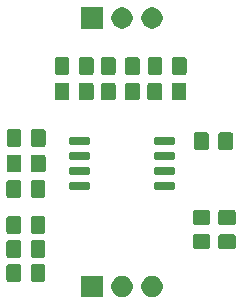
<source format=gbr>
G04 #@! TF.GenerationSoftware,KiCad,Pcbnew,(5.1.5)-3*
G04 #@! TF.CreationDate,2019-12-30T09:48:32+04:00*
G04 #@! TF.ProjectId,ad8066_filter,61643830-3636-45f6-9669-6c7465722e6b,rev?*
G04 #@! TF.SameCoordinates,Original*
G04 #@! TF.FileFunction,Soldermask,Top*
G04 #@! TF.FilePolarity,Negative*
%FSLAX46Y46*%
G04 Gerber Fmt 4.6, Leading zero omitted, Abs format (unit mm)*
G04 Created by KiCad (PCBNEW (5.1.5)-3) date 2019-12-30 09:48:32*
%MOMM*%
%LPD*%
G04 APERTURE LIST*
%ADD10C,0.100000*%
G04 APERTURE END LIST*
D10*
G36*
X167753512Y-99433927D02*
G01*
X167902812Y-99463624D01*
X168066784Y-99531544D01*
X168214354Y-99630147D01*
X168339853Y-99755646D01*
X168438456Y-99903216D01*
X168506376Y-100067188D01*
X168541000Y-100241259D01*
X168541000Y-100418741D01*
X168506376Y-100592812D01*
X168438456Y-100756784D01*
X168339853Y-100904354D01*
X168214354Y-101029853D01*
X168066784Y-101128456D01*
X167902812Y-101196376D01*
X167753512Y-101226073D01*
X167728742Y-101231000D01*
X167551258Y-101231000D01*
X167526488Y-101226073D01*
X167377188Y-101196376D01*
X167213216Y-101128456D01*
X167065646Y-101029853D01*
X166940147Y-100904354D01*
X166841544Y-100756784D01*
X166773624Y-100592812D01*
X166739000Y-100418741D01*
X166739000Y-100241259D01*
X166773624Y-100067188D01*
X166841544Y-99903216D01*
X166940147Y-99755646D01*
X167065646Y-99630147D01*
X167213216Y-99531544D01*
X167377188Y-99463624D01*
X167526488Y-99433927D01*
X167551258Y-99429000D01*
X167728742Y-99429000D01*
X167753512Y-99433927D01*
G37*
G36*
X165213512Y-99433927D02*
G01*
X165362812Y-99463624D01*
X165526784Y-99531544D01*
X165674354Y-99630147D01*
X165799853Y-99755646D01*
X165898456Y-99903216D01*
X165966376Y-100067188D01*
X166001000Y-100241259D01*
X166001000Y-100418741D01*
X165966376Y-100592812D01*
X165898456Y-100756784D01*
X165799853Y-100904354D01*
X165674354Y-101029853D01*
X165526784Y-101128456D01*
X165362812Y-101196376D01*
X165213512Y-101226073D01*
X165188742Y-101231000D01*
X165011258Y-101231000D01*
X164986488Y-101226073D01*
X164837188Y-101196376D01*
X164673216Y-101128456D01*
X164525646Y-101029853D01*
X164400147Y-100904354D01*
X164301544Y-100756784D01*
X164233624Y-100592812D01*
X164199000Y-100418741D01*
X164199000Y-100241259D01*
X164233624Y-100067188D01*
X164301544Y-99903216D01*
X164400147Y-99755646D01*
X164525646Y-99630147D01*
X164673216Y-99531544D01*
X164837188Y-99463624D01*
X164986488Y-99433927D01*
X165011258Y-99429000D01*
X165188742Y-99429000D01*
X165213512Y-99433927D01*
G37*
G36*
X163461000Y-101231000D02*
G01*
X161659000Y-101231000D01*
X161659000Y-99429000D01*
X163461000Y-99429000D01*
X163461000Y-101231000D01*
G37*
G36*
X156401674Y-98440465D02*
G01*
X156439367Y-98451899D01*
X156474103Y-98470466D01*
X156504548Y-98495452D01*
X156529534Y-98525897D01*
X156548101Y-98560633D01*
X156559535Y-98598326D01*
X156564000Y-98643661D01*
X156564000Y-99730339D01*
X156559535Y-99775674D01*
X156548101Y-99813367D01*
X156529534Y-99848103D01*
X156504548Y-99878548D01*
X156474103Y-99903534D01*
X156439367Y-99922101D01*
X156401674Y-99933535D01*
X156356339Y-99938000D01*
X155519661Y-99938000D01*
X155474326Y-99933535D01*
X155436633Y-99922101D01*
X155401897Y-99903534D01*
X155371452Y-99878548D01*
X155346466Y-99848103D01*
X155327899Y-99813367D01*
X155316465Y-99775674D01*
X155312000Y-99730339D01*
X155312000Y-98643661D01*
X155316465Y-98598326D01*
X155327899Y-98560633D01*
X155346466Y-98525897D01*
X155371452Y-98495452D01*
X155401897Y-98470466D01*
X155436633Y-98451899D01*
X155474326Y-98440465D01*
X155519661Y-98436000D01*
X156356339Y-98436000D01*
X156401674Y-98440465D01*
G37*
G36*
X158451674Y-98440465D02*
G01*
X158489367Y-98451899D01*
X158524103Y-98470466D01*
X158554548Y-98495452D01*
X158579534Y-98525897D01*
X158598101Y-98560633D01*
X158609535Y-98598326D01*
X158614000Y-98643661D01*
X158614000Y-99730339D01*
X158609535Y-99775674D01*
X158598101Y-99813367D01*
X158579534Y-99848103D01*
X158554548Y-99878548D01*
X158524103Y-99903534D01*
X158489367Y-99922101D01*
X158451674Y-99933535D01*
X158406339Y-99938000D01*
X157569661Y-99938000D01*
X157524326Y-99933535D01*
X157486633Y-99922101D01*
X157451897Y-99903534D01*
X157421452Y-99878548D01*
X157396466Y-99848103D01*
X157377899Y-99813367D01*
X157366465Y-99775674D01*
X157362000Y-99730339D01*
X157362000Y-98643661D01*
X157366465Y-98598326D01*
X157377899Y-98560633D01*
X157396466Y-98525897D01*
X157421452Y-98495452D01*
X157451897Y-98470466D01*
X157486633Y-98451899D01*
X157524326Y-98440465D01*
X157569661Y-98436000D01*
X158406339Y-98436000D01*
X158451674Y-98440465D01*
G37*
G36*
X156401674Y-96408465D02*
G01*
X156439367Y-96419899D01*
X156474103Y-96438466D01*
X156504548Y-96463452D01*
X156529534Y-96493897D01*
X156548101Y-96528633D01*
X156559535Y-96566326D01*
X156564000Y-96611661D01*
X156564000Y-97698339D01*
X156559535Y-97743674D01*
X156548101Y-97781367D01*
X156529534Y-97816103D01*
X156504548Y-97846548D01*
X156474103Y-97871534D01*
X156439367Y-97890101D01*
X156401674Y-97901535D01*
X156356339Y-97906000D01*
X155519661Y-97906000D01*
X155474326Y-97901535D01*
X155436633Y-97890101D01*
X155401897Y-97871534D01*
X155371452Y-97846548D01*
X155346466Y-97816103D01*
X155327899Y-97781367D01*
X155316465Y-97743674D01*
X155312000Y-97698339D01*
X155312000Y-96611661D01*
X155316465Y-96566326D01*
X155327899Y-96528633D01*
X155346466Y-96493897D01*
X155371452Y-96463452D01*
X155401897Y-96438466D01*
X155436633Y-96419899D01*
X155474326Y-96408465D01*
X155519661Y-96404000D01*
X156356339Y-96404000D01*
X156401674Y-96408465D01*
G37*
G36*
X158451674Y-96408465D02*
G01*
X158489367Y-96419899D01*
X158524103Y-96438466D01*
X158554548Y-96463452D01*
X158579534Y-96493897D01*
X158598101Y-96528633D01*
X158609535Y-96566326D01*
X158614000Y-96611661D01*
X158614000Y-97698339D01*
X158609535Y-97743674D01*
X158598101Y-97781367D01*
X158579534Y-97816103D01*
X158554548Y-97846548D01*
X158524103Y-97871534D01*
X158489367Y-97890101D01*
X158451674Y-97901535D01*
X158406339Y-97906000D01*
X157569661Y-97906000D01*
X157524326Y-97901535D01*
X157486633Y-97890101D01*
X157451897Y-97871534D01*
X157421452Y-97846548D01*
X157396466Y-97816103D01*
X157377899Y-97781367D01*
X157366465Y-97743674D01*
X157362000Y-97698339D01*
X157362000Y-96611661D01*
X157366465Y-96566326D01*
X157377899Y-96528633D01*
X157396466Y-96493897D01*
X157421452Y-96463452D01*
X157451897Y-96438466D01*
X157486633Y-96419899D01*
X157524326Y-96408465D01*
X157569661Y-96404000D01*
X158406339Y-96404000D01*
X158451674Y-96408465D01*
G37*
G36*
X174578674Y-95916465D02*
G01*
X174616367Y-95927899D01*
X174651103Y-95946466D01*
X174681548Y-95971452D01*
X174706534Y-96001897D01*
X174725101Y-96036633D01*
X174736535Y-96074326D01*
X174741000Y-96119661D01*
X174741000Y-96956339D01*
X174736535Y-97001674D01*
X174725101Y-97039367D01*
X174706534Y-97074103D01*
X174681548Y-97104548D01*
X174651103Y-97129534D01*
X174616367Y-97148101D01*
X174578674Y-97159535D01*
X174533339Y-97164000D01*
X173446661Y-97164000D01*
X173401326Y-97159535D01*
X173363633Y-97148101D01*
X173328897Y-97129534D01*
X173298452Y-97104548D01*
X173273466Y-97074103D01*
X173254899Y-97039367D01*
X173243465Y-97001674D01*
X173239000Y-96956339D01*
X173239000Y-96119661D01*
X173243465Y-96074326D01*
X173254899Y-96036633D01*
X173273466Y-96001897D01*
X173298452Y-95971452D01*
X173328897Y-95946466D01*
X173363633Y-95927899D01*
X173401326Y-95916465D01*
X173446661Y-95912000D01*
X174533339Y-95912000D01*
X174578674Y-95916465D01*
G37*
G36*
X172419674Y-95898465D02*
G01*
X172457367Y-95909899D01*
X172492103Y-95928466D01*
X172522548Y-95953452D01*
X172547534Y-95983897D01*
X172566101Y-96018633D01*
X172577535Y-96056326D01*
X172582000Y-96101661D01*
X172582000Y-96938339D01*
X172577535Y-96983674D01*
X172566101Y-97021367D01*
X172547534Y-97056103D01*
X172522548Y-97086548D01*
X172492103Y-97111534D01*
X172457367Y-97130101D01*
X172419674Y-97141535D01*
X172374339Y-97146000D01*
X171287661Y-97146000D01*
X171242326Y-97141535D01*
X171204633Y-97130101D01*
X171169897Y-97111534D01*
X171139452Y-97086548D01*
X171114466Y-97056103D01*
X171095899Y-97021367D01*
X171084465Y-96983674D01*
X171080000Y-96938339D01*
X171080000Y-96101661D01*
X171084465Y-96056326D01*
X171095899Y-96018633D01*
X171114466Y-95983897D01*
X171139452Y-95953452D01*
X171169897Y-95928466D01*
X171204633Y-95909899D01*
X171242326Y-95898465D01*
X171287661Y-95894000D01*
X172374339Y-95894000D01*
X172419674Y-95898465D01*
G37*
G36*
X158451674Y-94376465D02*
G01*
X158489367Y-94387899D01*
X158524103Y-94406466D01*
X158554548Y-94431452D01*
X158579534Y-94461897D01*
X158598101Y-94496633D01*
X158609535Y-94534326D01*
X158614000Y-94579661D01*
X158614000Y-95666339D01*
X158609535Y-95711674D01*
X158598101Y-95749367D01*
X158579534Y-95784103D01*
X158554548Y-95814548D01*
X158524103Y-95839534D01*
X158489367Y-95858101D01*
X158451674Y-95869535D01*
X158406339Y-95874000D01*
X157569661Y-95874000D01*
X157524326Y-95869535D01*
X157486633Y-95858101D01*
X157451897Y-95839534D01*
X157421452Y-95814548D01*
X157396466Y-95784103D01*
X157377899Y-95749367D01*
X157366465Y-95711674D01*
X157362000Y-95666339D01*
X157362000Y-94579661D01*
X157366465Y-94534326D01*
X157377899Y-94496633D01*
X157396466Y-94461897D01*
X157421452Y-94431452D01*
X157451897Y-94406466D01*
X157486633Y-94387899D01*
X157524326Y-94376465D01*
X157569661Y-94372000D01*
X158406339Y-94372000D01*
X158451674Y-94376465D01*
G37*
G36*
X156401674Y-94376465D02*
G01*
X156439367Y-94387899D01*
X156474103Y-94406466D01*
X156504548Y-94431452D01*
X156529534Y-94461897D01*
X156548101Y-94496633D01*
X156559535Y-94534326D01*
X156564000Y-94579661D01*
X156564000Y-95666339D01*
X156559535Y-95711674D01*
X156548101Y-95749367D01*
X156529534Y-95784103D01*
X156504548Y-95814548D01*
X156474103Y-95839534D01*
X156439367Y-95858101D01*
X156401674Y-95869535D01*
X156356339Y-95874000D01*
X155519661Y-95874000D01*
X155474326Y-95869535D01*
X155436633Y-95858101D01*
X155401897Y-95839534D01*
X155371452Y-95814548D01*
X155346466Y-95784103D01*
X155327899Y-95749367D01*
X155316465Y-95711674D01*
X155312000Y-95666339D01*
X155312000Y-94579661D01*
X155316465Y-94534326D01*
X155327899Y-94496633D01*
X155346466Y-94461897D01*
X155371452Y-94431452D01*
X155401897Y-94406466D01*
X155436633Y-94387899D01*
X155474326Y-94376465D01*
X155519661Y-94372000D01*
X156356339Y-94372000D01*
X156401674Y-94376465D01*
G37*
G36*
X174578674Y-93866465D02*
G01*
X174616367Y-93877899D01*
X174651103Y-93896466D01*
X174681548Y-93921452D01*
X174706534Y-93951897D01*
X174725101Y-93986633D01*
X174736535Y-94024326D01*
X174741000Y-94069661D01*
X174741000Y-94906339D01*
X174736535Y-94951674D01*
X174725101Y-94989367D01*
X174706534Y-95024103D01*
X174681548Y-95054548D01*
X174651103Y-95079534D01*
X174616367Y-95098101D01*
X174578674Y-95109535D01*
X174533339Y-95114000D01*
X173446661Y-95114000D01*
X173401326Y-95109535D01*
X173363633Y-95098101D01*
X173328897Y-95079534D01*
X173298452Y-95054548D01*
X173273466Y-95024103D01*
X173254899Y-94989367D01*
X173243465Y-94951674D01*
X173239000Y-94906339D01*
X173239000Y-94069661D01*
X173243465Y-94024326D01*
X173254899Y-93986633D01*
X173273466Y-93951897D01*
X173298452Y-93921452D01*
X173328897Y-93896466D01*
X173363633Y-93877899D01*
X173401326Y-93866465D01*
X173446661Y-93862000D01*
X174533339Y-93862000D01*
X174578674Y-93866465D01*
G37*
G36*
X172419674Y-93848465D02*
G01*
X172457367Y-93859899D01*
X172492103Y-93878466D01*
X172522548Y-93903452D01*
X172547534Y-93933897D01*
X172566101Y-93968633D01*
X172577535Y-94006326D01*
X172582000Y-94051661D01*
X172582000Y-94888339D01*
X172577535Y-94933674D01*
X172566101Y-94971367D01*
X172547534Y-95006103D01*
X172522548Y-95036548D01*
X172492103Y-95061534D01*
X172457367Y-95080101D01*
X172419674Y-95091535D01*
X172374339Y-95096000D01*
X171287661Y-95096000D01*
X171242326Y-95091535D01*
X171204633Y-95080101D01*
X171169897Y-95061534D01*
X171139452Y-95036548D01*
X171114466Y-95006103D01*
X171095899Y-94971367D01*
X171084465Y-94933674D01*
X171080000Y-94888339D01*
X171080000Y-94051661D01*
X171084465Y-94006326D01*
X171095899Y-93968633D01*
X171114466Y-93933897D01*
X171139452Y-93903452D01*
X171169897Y-93878466D01*
X171204633Y-93859899D01*
X171242326Y-93848465D01*
X171287661Y-93844000D01*
X172374339Y-93844000D01*
X172419674Y-93848465D01*
G37*
G36*
X158451674Y-91328465D02*
G01*
X158489367Y-91339899D01*
X158524103Y-91358466D01*
X158554548Y-91383452D01*
X158579534Y-91413897D01*
X158598101Y-91448633D01*
X158609535Y-91486326D01*
X158614000Y-91531661D01*
X158614000Y-92618339D01*
X158609535Y-92663674D01*
X158598101Y-92701367D01*
X158579534Y-92736103D01*
X158554548Y-92766548D01*
X158524103Y-92791534D01*
X158489367Y-92810101D01*
X158451674Y-92821535D01*
X158406339Y-92826000D01*
X157569661Y-92826000D01*
X157524326Y-92821535D01*
X157486633Y-92810101D01*
X157451897Y-92791534D01*
X157421452Y-92766548D01*
X157396466Y-92736103D01*
X157377899Y-92701367D01*
X157366465Y-92663674D01*
X157362000Y-92618339D01*
X157362000Y-91531661D01*
X157366465Y-91486326D01*
X157377899Y-91448633D01*
X157396466Y-91413897D01*
X157421452Y-91383452D01*
X157451897Y-91358466D01*
X157486633Y-91339899D01*
X157524326Y-91328465D01*
X157569661Y-91324000D01*
X158406339Y-91324000D01*
X158451674Y-91328465D01*
G37*
G36*
X156401674Y-91328465D02*
G01*
X156439367Y-91339899D01*
X156474103Y-91358466D01*
X156504548Y-91383452D01*
X156529534Y-91413897D01*
X156548101Y-91448633D01*
X156559535Y-91486326D01*
X156564000Y-91531661D01*
X156564000Y-92618339D01*
X156559535Y-92663674D01*
X156548101Y-92701367D01*
X156529534Y-92736103D01*
X156504548Y-92766548D01*
X156474103Y-92791534D01*
X156439367Y-92810101D01*
X156401674Y-92821535D01*
X156356339Y-92826000D01*
X155519661Y-92826000D01*
X155474326Y-92821535D01*
X155436633Y-92810101D01*
X155401897Y-92791534D01*
X155371452Y-92766548D01*
X155346466Y-92736103D01*
X155327899Y-92701367D01*
X155316465Y-92663674D01*
X155312000Y-92618339D01*
X155312000Y-91531661D01*
X155316465Y-91486326D01*
X155327899Y-91448633D01*
X155346466Y-91413897D01*
X155371452Y-91383452D01*
X155401897Y-91358466D01*
X155436633Y-91339899D01*
X155474326Y-91328465D01*
X155519661Y-91324000D01*
X156356339Y-91324000D01*
X156401674Y-91328465D01*
G37*
G36*
X169459928Y-91472764D02*
G01*
X169481009Y-91479160D01*
X169500445Y-91489548D01*
X169517476Y-91503524D01*
X169531452Y-91520555D01*
X169541840Y-91539991D01*
X169548236Y-91561072D01*
X169551000Y-91589140D01*
X169551000Y-92052860D01*
X169548236Y-92080928D01*
X169541840Y-92102009D01*
X169531452Y-92121445D01*
X169517476Y-92138476D01*
X169500445Y-92152452D01*
X169481009Y-92162840D01*
X169459928Y-92169236D01*
X169431860Y-92172000D01*
X167968140Y-92172000D01*
X167940072Y-92169236D01*
X167918991Y-92162840D01*
X167899555Y-92152452D01*
X167882524Y-92138476D01*
X167868548Y-92121445D01*
X167858160Y-92102009D01*
X167851764Y-92080928D01*
X167849000Y-92052860D01*
X167849000Y-91589140D01*
X167851764Y-91561072D01*
X167858160Y-91539991D01*
X167868548Y-91520555D01*
X167882524Y-91503524D01*
X167899555Y-91489548D01*
X167918991Y-91479160D01*
X167940072Y-91472764D01*
X167968140Y-91470000D01*
X169431860Y-91470000D01*
X169459928Y-91472764D01*
G37*
G36*
X162259928Y-91472764D02*
G01*
X162281009Y-91479160D01*
X162300445Y-91489548D01*
X162317476Y-91503524D01*
X162331452Y-91520555D01*
X162341840Y-91539991D01*
X162348236Y-91561072D01*
X162351000Y-91589140D01*
X162351000Y-92052860D01*
X162348236Y-92080928D01*
X162341840Y-92102009D01*
X162331452Y-92121445D01*
X162317476Y-92138476D01*
X162300445Y-92152452D01*
X162281009Y-92162840D01*
X162259928Y-92169236D01*
X162231860Y-92172000D01*
X160768140Y-92172000D01*
X160740072Y-92169236D01*
X160718991Y-92162840D01*
X160699555Y-92152452D01*
X160682524Y-92138476D01*
X160668548Y-92121445D01*
X160658160Y-92102009D01*
X160651764Y-92080928D01*
X160649000Y-92052860D01*
X160649000Y-91589140D01*
X160651764Y-91561072D01*
X160658160Y-91539991D01*
X160668548Y-91520555D01*
X160682524Y-91503524D01*
X160699555Y-91489548D01*
X160718991Y-91479160D01*
X160740072Y-91472764D01*
X160768140Y-91470000D01*
X162231860Y-91470000D01*
X162259928Y-91472764D01*
G37*
G36*
X162259928Y-90202764D02*
G01*
X162281009Y-90209160D01*
X162300445Y-90219548D01*
X162317476Y-90233524D01*
X162331452Y-90250555D01*
X162341840Y-90269991D01*
X162348236Y-90291072D01*
X162351000Y-90319140D01*
X162351000Y-90782860D01*
X162348236Y-90810928D01*
X162341840Y-90832009D01*
X162331452Y-90851445D01*
X162317476Y-90868476D01*
X162300445Y-90882452D01*
X162281009Y-90892840D01*
X162259928Y-90899236D01*
X162231860Y-90902000D01*
X160768140Y-90902000D01*
X160740072Y-90899236D01*
X160718991Y-90892840D01*
X160699555Y-90882452D01*
X160682524Y-90868476D01*
X160668548Y-90851445D01*
X160658160Y-90832009D01*
X160651764Y-90810928D01*
X160649000Y-90782860D01*
X160649000Y-90319140D01*
X160651764Y-90291072D01*
X160658160Y-90269991D01*
X160668548Y-90250555D01*
X160682524Y-90233524D01*
X160699555Y-90219548D01*
X160718991Y-90209160D01*
X160740072Y-90202764D01*
X160768140Y-90200000D01*
X162231860Y-90200000D01*
X162259928Y-90202764D01*
G37*
G36*
X169459928Y-90202764D02*
G01*
X169481009Y-90209160D01*
X169500445Y-90219548D01*
X169517476Y-90233524D01*
X169531452Y-90250555D01*
X169541840Y-90269991D01*
X169548236Y-90291072D01*
X169551000Y-90319140D01*
X169551000Y-90782860D01*
X169548236Y-90810928D01*
X169541840Y-90832009D01*
X169531452Y-90851445D01*
X169517476Y-90868476D01*
X169500445Y-90882452D01*
X169481009Y-90892840D01*
X169459928Y-90899236D01*
X169431860Y-90902000D01*
X167968140Y-90902000D01*
X167940072Y-90899236D01*
X167918991Y-90892840D01*
X167899555Y-90882452D01*
X167882524Y-90868476D01*
X167868548Y-90851445D01*
X167858160Y-90832009D01*
X167851764Y-90810928D01*
X167849000Y-90782860D01*
X167849000Y-90319140D01*
X167851764Y-90291072D01*
X167858160Y-90269991D01*
X167868548Y-90250555D01*
X167882524Y-90233524D01*
X167899555Y-90219548D01*
X167918991Y-90209160D01*
X167940072Y-90202764D01*
X167968140Y-90200000D01*
X169431860Y-90200000D01*
X169459928Y-90202764D01*
G37*
G36*
X156419674Y-89169465D02*
G01*
X156457367Y-89180899D01*
X156492103Y-89199466D01*
X156522548Y-89224452D01*
X156547534Y-89254897D01*
X156566101Y-89289633D01*
X156577535Y-89327326D01*
X156582000Y-89372661D01*
X156582000Y-90459339D01*
X156577535Y-90504674D01*
X156566101Y-90542367D01*
X156547534Y-90577103D01*
X156522548Y-90607548D01*
X156492103Y-90632534D01*
X156457367Y-90651101D01*
X156419674Y-90662535D01*
X156374339Y-90667000D01*
X155537661Y-90667000D01*
X155492326Y-90662535D01*
X155454633Y-90651101D01*
X155419897Y-90632534D01*
X155389452Y-90607548D01*
X155364466Y-90577103D01*
X155345899Y-90542367D01*
X155334465Y-90504674D01*
X155330000Y-90459339D01*
X155330000Y-89372661D01*
X155334465Y-89327326D01*
X155345899Y-89289633D01*
X155364466Y-89254897D01*
X155389452Y-89224452D01*
X155419897Y-89199466D01*
X155454633Y-89180899D01*
X155492326Y-89169465D01*
X155537661Y-89165000D01*
X156374339Y-89165000D01*
X156419674Y-89169465D01*
G37*
G36*
X158469674Y-89169465D02*
G01*
X158507367Y-89180899D01*
X158542103Y-89199466D01*
X158572548Y-89224452D01*
X158597534Y-89254897D01*
X158616101Y-89289633D01*
X158627535Y-89327326D01*
X158632000Y-89372661D01*
X158632000Y-90459339D01*
X158627535Y-90504674D01*
X158616101Y-90542367D01*
X158597534Y-90577103D01*
X158572548Y-90607548D01*
X158542103Y-90632534D01*
X158507367Y-90651101D01*
X158469674Y-90662535D01*
X158424339Y-90667000D01*
X157587661Y-90667000D01*
X157542326Y-90662535D01*
X157504633Y-90651101D01*
X157469897Y-90632534D01*
X157439452Y-90607548D01*
X157414466Y-90577103D01*
X157395899Y-90542367D01*
X157384465Y-90504674D01*
X157380000Y-90459339D01*
X157380000Y-89372661D01*
X157384465Y-89327326D01*
X157395899Y-89289633D01*
X157414466Y-89254897D01*
X157439452Y-89224452D01*
X157469897Y-89199466D01*
X157504633Y-89180899D01*
X157542326Y-89169465D01*
X157587661Y-89165000D01*
X158424339Y-89165000D01*
X158469674Y-89169465D01*
G37*
G36*
X169459928Y-88932764D02*
G01*
X169481009Y-88939160D01*
X169500445Y-88949548D01*
X169517476Y-88963524D01*
X169531452Y-88980555D01*
X169541840Y-88999991D01*
X169548236Y-89021072D01*
X169551000Y-89049140D01*
X169551000Y-89512860D01*
X169548236Y-89540928D01*
X169541840Y-89562009D01*
X169531452Y-89581445D01*
X169517476Y-89598476D01*
X169500445Y-89612452D01*
X169481009Y-89622840D01*
X169459928Y-89629236D01*
X169431860Y-89632000D01*
X167968140Y-89632000D01*
X167940072Y-89629236D01*
X167918991Y-89622840D01*
X167899555Y-89612452D01*
X167882524Y-89598476D01*
X167868548Y-89581445D01*
X167858160Y-89562009D01*
X167851764Y-89540928D01*
X167849000Y-89512860D01*
X167849000Y-89049140D01*
X167851764Y-89021072D01*
X167858160Y-88999991D01*
X167868548Y-88980555D01*
X167882524Y-88963524D01*
X167899555Y-88949548D01*
X167918991Y-88939160D01*
X167940072Y-88932764D01*
X167968140Y-88930000D01*
X169431860Y-88930000D01*
X169459928Y-88932764D01*
G37*
G36*
X162259928Y-88932764D02*
G01*
X162281009Y-88939160D01*
X162300445Y-88949548D01*
X162317476Y-88963524D01*
X162331452Y-88980555D01*
X162341840Y-88999991D01*
X162348236Y-89021072D01*
X162351000Y-89049140D01*
X162351000Y-89512860D01*
X162348236Y-89540928D01*
X162341840Y-89562009D01*
X162331452Y-89581445D01*
X162317476Y-89598476D01*
X162300445Y-89612452D01*
X162281009Y-89622840D01*
X162259928Y-89629236D01*
X162231860Y-89632000D01*
X160768140Y-89632000D01*
X160740072Y-89629236D01*
X160718991Y-89622840D01*
X160699555Y-89612452D01*
X160682524Y-89598476D01*
X160668548Y-89581445D01*
X160658160Y-89562009D01*
X160651764Y-89540928D01*
X160649000Y-89512860D01*
X160649000Y-89049140D01*
X160651764Y-89021072D01*
X160658160Y-88999991D01*
X160668548Y-88980555D01*
X160682524Y-88963524D01*
X160699555Y-88949548D01*
X160718991Y-88939160D01*
X160740072Y-88932764D01*
X160768140Y-88930000D01*
X162231860Y-88930000D01*
X162259928Y-88932764D01*
G37*
G36*
X172285674Y-87264465D02*
G01*
X172323367Y-87275899D01*
X172358103Y-87294466D01*
X172388548Y-87319452D01*
X172413534Y-87349897D01*
X172432101Y-87384633D01*
X172443535Y-87422326D01*
X172448000Y-87467661D01*
X172448000Y-88554339D01*
X172443535Y-88599674D01*
X172432101Y-88637367D01*
X172413534Y-88672103D01*
X172388548Y-88702548D01*
X172358103Y-88727534D01*
X172323367Y-88746101D01*
X172285674Y-88757535D01*
X172240339Y-88762000D01*
X171403661Y-88762000D01*
X171358326Y-88757535D01*
X171320633Y-88746101D01*
X171285897Y-88727534D01*
X171255452Y-88702548D01*
X171230466Y-88672103D01*
X171211899Y-88637367D01*
X171200465Y-88599674D01*
X171196000Y-88554339D01*
X171196000Y-87467661D01*
X171200465Y-87422326D01*
X171211899Y-87384633D01*
X171230466Y-87349897D01*
X171255452Y-87319452D01*
X171285897Y-87294466D01*
X171320633Y-87275899D01*
X171358326Y-87264465D01*
X171403661Y-87260000D01*
X172240339Y-87260000D01*
X172285674Y-87264465D01*
G37*
G36*
X174335674Y-87264465D02*
G01*
X174373367Y-87275899D01*
X174408103Y-87294466D01*
X174438548Y-87319452D01*
X174463534Y-87349897D01*
X174482101Y-87384633D01*
X174493535Y-87422326D01*
X174498000Y-87467661D01*
X174498000Y-88554339D01*
X174493535Y-88599674D01*
X174482101Y-88637367D01*
X174463534Y-88672103D01*
X174438548Y-88702548D01*
X174408103Y-88727534D01*
X174373367Y-88746101D01*
X174335674Y-88757535D01*
X174290339Y-88762000D01*
X173453661Y-88762000D01*
X173408326Y-88757535D01*
X173370633Y-88746101D01*
X173335897Y-88727534D01*
X173305452Y-88702548D01*
X173280466Y-88672103D01*
X173261899Y-88637367D01*
X173250465Y-88599674D01*
X173246000Y-88554339D01*
X173246000Y-87467661D01*
X173250465Y-87422326D01*
X173261899Y-87384633D01*
X173280466Y-87349897D01*
X173305452Y-87319452D01*
X173335897Y-87294466D01*
X173370633Y-87275899D01*
X173408326Y-87264465D01*
X173453661Y-87260000D01*
X174290339Y-87260000D01*
X174335674Y-87264465D01*
G37*
G36*
X158469674Y-87010465D02*
G01*
X158507367Y-87021899D01*
X158542103Y-87040466D01*
X158572548Y-87065452D01*
X158597534Y-87095897D01*
X158616101Y-87130633D01*
X158627535Y-87168326D01*
X158632000Y-87213661D01*
X158632000Y-88300339D01*
X158627535Y-88345674D01*
X158616101Y-88383367D01*
X158597534Y-88418103D01*
X158572548Y-88448548D01*
X158542103Y-88473534D01*
X158507367Y-88492101D01*
X158469674Y-88503535D01*
X158424339Y-88508000D01*
X157587661Y-88508000D01*
X157542326Y-88503535D01*
X157504633Y-88492101D01*
X157469897Y-88473534D01*
X157439452Y-88448548D01*
X157414466Y-88418103D01*
X157395899Y-88383367D01*
X157384465Y-88345674D01*
X157380000Y-88300339D01*
X157380000Y-87213661D01*
X157384465Y-87168326D01*
X157395899Y-87130633D01*
X157414466Y-87095897D01*
X157439452Y-87065452D01*
X157469897Y-87040466D01*
X157504633Y-87021899D01*
X157542326Y-87010465D01*
X157587661Y-87006000D01*
X158424339Y-87006000D01*
X158469674Y-87010465D01*
G37*
G36*
X156419674Y-87010465D02*
G01*
X156457367Y-87021899D01*
X156492103Y-87040466D01*
X156522548Y-87065452D01*
X156547534Y-87095897D01*
X156566101Y-87130633D01*
X156577535Y-87168326D01*
X156582000Y-87213661D01*
X156582000Y-88300339D01*
X156577535Y-88345674D01*
X156566101Y-88383367D01*
X156547534Y-88418103D01*
X156522548Y-88448548D01*
X156492103Y-88473534D01*
X156457367Y-88492101D01*
X156419674Y-88503535D01*
X156374339Y-88508000D01*
X155537661Y-88508000D01*
X155492326Y-88503535D01*
X155454633Y-88492101D01*
X155419897Y-88473534D01*
X155389452Y-88448548D01*
X155364466Y-88418103D01*
X155345899Y-88383367D01*
X155334465Y-88345674D01*
X155330000Y-88300339D01*
X155330000Y-87213661D01*
X155334465Y-87168326D01*
X155345899Y-87130633D01*
X155364466Y-87095897D01*
X155389452Y-87065452D01*
X155419897Y-87040466D01*
X155454633Y-87021899D01*
X155492326Y-87010465D01*
X155537661Y-87006000D01*
X156374339Y-87006000D01*
X156419674Y-87010465D01*
G37*
G36*
X169459928Y-87662764D02*
G01*
X169481009Y-87669160D01*
X169500445Y-87679548D01*
X169517476Y-87693524D01*
X169531452Y-87710555D01*
X169541840Y-87729991D01*
X169548236Y-87751072D01*
X169551000Y-87779140D01*
X169551000Y-88242860D01*
X169548236Y-88270928D01*
X169541840Y-88292009D01*
X169531452Y-88311445D01*
X169517476Y-88328476D01*
X169500445Y-88342452D01*
X169481009Y-88352840D01*
X169459928Y-88359236D01*
X169431860Y-88362000D01*
X167968140Y-88362000D01*
X167940072Y-88359236D01*
X167918991Y-88352840D01*
X167899555Y-88342452D01*
X167882524Y-88328476D01*
X167868548Y-88311445D01*
X167858160Y-88292009D01*
X167851764Y-88270928D01*
X167849000Y-88242860D01*
X167849000Y-87779140D01*
X167851764Y-87751072D01*
X167858160Y-87729991D01*
X167868548Y-87710555D01*
X167882524Y-87693524D01*
X167899555Y-87679548D01*
X167918991Y-87669160D01*
X167940072Y-87662764D01*
X167968140Y-87660000D01*
X169431860Y-87660000D01*
X169459928Y-87662764D01*
G37*
G36*
X162259928Y-87662764D02*
G01*
X162281009Y-87669160D01*
X162300445Y-87679548D01*
X162317476Y-87693524D01*
X162331452Y-87710555D01*
X162341840Y-87729991D01*
X162348236Y-87751072D01*
X162351000Y-87779140D01*
X162351000Y-88242860D01*
X162348236Y-88270928D01*
X162341840Y-88292009D01*
X162331452Y-88311445D01*
X162317476Y-88328476D01*
X162300445Y-88342452D01*
X162281009Y-88352840D01*
X162259928Y-88359236D01*
X162231860Y-88362000D01*
X160768140Y-88362000D01*
X160740072Y-88359236D01*
X160718991Y-88352840D01*
X160699555Y-88342452D01*
X160682524Y-88328476D01*
X160668548Y-88311445D01*
X160658160Y-88292009D01*
X160651764Y-88270928D01*
X160649000Y-88242860D01*
X160649000Y-87779140D01*
X160651764Y-87751072D01*
X160658160Y-87729991D01*
X160668548Y-87710555D01*
X160682524Y-87693524D01*
X160699555Y-87679548D01*
X160718991Y-87669160D01*
X160740072Y-87662764D01*
X160768140Y-87660000D01*
X162231860Y-87660000D01*
X162259928Y-87662764D01*
G37*
G36*
X162533674Y-83073465D02*
G01*
X162571367Y-83084899D01*
X162606103Y-83103466D01*
X162636548Y-83128452D01*
X162661534Y-83158897D01*
X162680101Y-83193633D01*
X162691535Y-83231326D01*
X162696000Y-83276661D01*
X162696000Y-84363339D01*
X162691535Y-84408674D01*
X162680101Y-84446367D01*
X162661534Y-84481103D01*
X162636548Y-84511548D01*
X162606103Y-84536534D01*
X162571367Y-84555101D01*
X162533674Y-84566535D01*
X162488339Y-84571000D01*
X161651661Y-84571000D01*
X161606326Y-84566535D01*
X161568633Y-84555101D01*
X161533897Y-84536534D01*
X161503452Y-84511548D01*
X161478466Y-84481103D01*
X161459899Y-84446367D01*
X161448465Y-84408674D01*
X161444000Y-84363339D01*
X161444000Y-83276661D01*
X161448465Y-83231326D01*
X161459899Y-83193633D01*
X161478466Y-83158897D01*
X161503452Y-83128452D01*
X161533897Y-83103466D01*
X161568633Y-83084899D01*
X161606326Y-83073465D01*
X161651661Y-83069000D01*
X162488339Y-83069000D01*
X162533674Y-83073465D01*
G37*
G36*
X164402674Y-83073465D02*
G01*
X164440367Y-83084899D01*
X164475103Y-83103466D01*
X164505548Y-83128452D01*
X164530534Y-83158897D01*
X164549101Y-83193633D01*
X164560535Y-83231326D01*
X164565000Y-83276661D01*
X164565000Y-84363339D01*
X164560535Y-84408674D01*
X164549101Y-84446367D01*
X164530534Y-84481103D01*
X164505548Y-84511548D01*
X164475103Y-84536534D01*
X164440367Y-84555101D01*
X164402674Y-84566535D01*
X164357339Y-84571000D01*
X163520661Y-84571000D01*
X163475326Y-84566535D01*
X163437633Y-84555101D01*
X163402897Y-84536534D01*
X163372452Y-84511548D01*
X163347466Y-84481103D01*
X163328899Y-84446367D01*
X163317465Y-84408674D01*
X163313000Y-84363339D01*
X163313000Y-83276661D01*
X163317465Y-83231326D01*
X163328899Y-83193633D01*
X163347466Y-83158897D01*
X163372452Y-83128452D01*
X163402897Y-83103466D01*
X163437633Y-83084899D01*
X163475326Y-83073465D01*
X163520661Y-83069000D01*
X164357339Y-83069000D01*
X164402674Y-83073465D01*
G37*
G36*
X160483674Y-83073465D02*
G01*
X160521367Y-83084899D01*
X160556103Y-83103466D01*
X160586548Y-83128452D01*
X160611534Y-83158897D01*
X160630101Y-83193633D01*
X160641535Y-83231326D01*
X160646000Y-83276661D01*
X160646000Y-84363339D01*
X160641535Y-84408674D01*
X160630101Y-84446367D01*
X160611534Y-84481103D01*
X160586548Y-84511548D01*
X160556103Y-84536534D01*
X160521367Y-84555101D01*
X160483674Y-84566535D01*
X160438339Y-84571000D01*
X159601661Y-84571000D01*
X159556326Y-84566535D01*
X159518633Y-84555101D01*
X159483897Y-84536534D01*
X159453452Y-84511548D01*
X159428466Y-84481103D01*
X159409899Y-84446367D01*
X159398465Y-84408674D01*
X159394000Y-84363339D01*
X159394000Y-83276661D01*
X159398465Y-83231326D01*
X159409899Y-83193633D01*
X159428466Y-83158897D01*
X159453452Y-83128452D01*
X159483897Y-83103466D01*
X159518633Y-83084899D01*
X159556326Y-83073465D01*
X159601661Y-83069000D01*
X160438339Y-83069000D01*
X160483674Y-83073465D01*
G37*
G36*
X166452674Y-83073465D02*
G01*
X166490367Y-83084899D01*
X166525103Y-83103466D01*
X166555548Y-83128452D01*
X166580534Y-83158897D01*
X166599101Y-83193633D01*
X166610535Y-83231326D01*
X166615000Y-83276661D01*
X166615000Y-84363339D01*
X166610535Y-84408674D01*
X166599101Y-84446367D01*
X166580534Y-84481103D01*
X166555548Y-84511548D01*
X166525103Y-84536534D01*
X166490367Y-84555101D01*
X166452674Y-84566535D01*
X166407339Y-84571000D01*
X165570661Y-84571000D01*
X165525326Y-84566535D01*
X165487633Y-84555101D01*
X165452897Y-84536534D01*
X165422452Y-84511548D01*
X165397466Y-84481103D01*
X165378899Y-84446367D01*
X165367465Y-84408674D01*
X165363000Y-84363339D01*
X165363000Y-83276661D01*
X165367465Y-83231326D01*
X165378899Y-83193633D01*
X165397466Y-83158897D01*
X165422452Y-83128452D01*
X165452897Y-83103466D01*
X165487633Y-83084899D01*
X165525326Y-83073465D01*
X165570661Y-83069000D01*
X166407339Y-83069000D01*
X166452674Y-83073465D01*
G37*
G36*
X168339674Y-83073465D02*
G01*
X168377367Y-83084899D01*
X168412103Y-83103466D01*
X168442548Y-83128452D01*
X168467534Y-83158897D01*
X168486101Y-83193633D01*
X168497535Y-83231326D01*
X168502000Y-83276661D01*
X168502000Y-84363339D01*
X168497535Y-84408674D01*
X168486101Y-84446367D01*
X168467534Y-84481103D01*
X168442548Y-84511548D01*
X168412103Y-84536534D01*
X168377367Y-84555101D01*
X168339674Y-84566535D01*
X168294339Y-84571000D01*
X167457661Y-84571000D01*
X167412326Y-84566535D01*
X167374633Y-84555101D01*
X167339897Y-84536534D01*
X167309452Y-84511548D01*
X167284466Y-84481103D01*
X167265899Y-84446367D01*
X167254465Y-84408674D01*
X167250000Y-84363339D01*
X167250000Y-83276661D01*
X167254465Y-83231326D01*
X167265899Y-83193633D01*
X167284466Y-83158897D01*
X167309452Y-83128452D01*
X167339897Y-83103466D01*
X167374633Y-83084899D01*
X167412326Y-83073465D01*
X167457661Y-83069000D01*
X168294339Y-83069000D01*
X168339674Y-83073465D01*
G37*
G36*
X170389674Y-83073465D02*
G01*
X170427367Y-83084899D01*
X170462103Y-83103466D01*
X170492548Y-83128452D01*
X170517534Y-83158897D01*
X170536101Y-83193633D01*
X170547535Y-83231326D01*
X170552000Y-83276661D01*
X170552000Y-84363339D01*
X170547535Y-84408674D01*
X170536101Y-84446367D01*
X170517534Y-84481103D01*
X170492548Y-84511548D01*
X170462103Y-84536534D01*
X170427367Y-84555101D01*
X170389674Y-84566535D01*
X170344339Y-84571000D01*
X169507661Y-84571000D01*
X169462326Y-84566535D01*
X169424633Y-84555101D01*
X169389897Y-84536534D01*
X169359452Y-84511548D01*
X169334466Y-84481103D01*
X169315899Y-84446367D01*
X169304465Y-84408674D01*
X169300000Y-84363339D01*
X169300000Y-83276661D01*
X169304465Y-83231326D01*
X169315899Y-83193633D01*
X169334466Y-83158897D01*
X169359452Y-83128452D01*
X169389897Y-83103466D01*
X169424633Y-83084899D01*
X169462326Y-83073465D01*
X169507661Y-83069000D01*
X170344339Y-83069000D01*
X170389674Y-83073465D01*
G37*
G36*
X160483674Y-80914465D02*
G01*
X160521367Y-80925899D01*
X160556103Y-80944466D01*
X160586548Y-80969452D01*
X160611534Y-80999897D01*
X160630101Y-81034633D01*
X160641535Y-81072326D01*
X160646000Y-81117661D01*
X160646000Y-82204339D01*
X160641535Y-82249674D01*
X160630101Y-82287367D01*
X160611534Y-82322103D01*
X160586548Y-82352548D01*
X160556103Y-82377534D01*
X160521367Y-82396101D01*
X160483674Y-82407535D01*
X160438339Y-82412000D01*
X159601661Y-82412000D01*
X159556326Y-82407535D01*
X159518633Y-82396101D01*
X159483897Y-82377534D01*
X159453452Y-82352548D01*
X159428466Y-82322103D01*
X159409899Y-82287367D01*
X159398465Y-82249674D01*
X159394000Y-82204339D01*
X159394000Y-81117661D01*
X159398465Y-81072326D01*
X159409899Y-81034633D01*
X159428466Y-80999897D01*
X159453452Y-80969452D01*
X159483897Y-80944466D01*
X159518633Y-80925899D01*
X159556326Y-80914465D01*
X159601661Y-80910000D01*
X160438339Y-80910000D01*
X160483674Y-80914465D01*
G37*
G36*
X168357674Y-80914465D02*
G01*
X168395367Y-80925899D01*
X168430103Y-80944466D01*
X168460548Y-80969452D01*
X168485534Y-80999897D01*
X168504101Y-81034633D01*
X168515535Y-81072326D01*
X168520000Y-81117661D01*
X168520000Y-82204339D01*
X168515535Y-82249674D01*
X168504101Y-82287367D01*
X168485534Y-82322103D01*
X168460548Y-82352548D01*
X168430103Y-82377534D01*
X168395367Y-82396101D01*
X168357674Y-82407535D01*
X168312339Y-82412000D01*
X167475661Y-82412000D01*
X167430326Y-82407535D01*
X167392633Y-82396101D01*
X167357897Y-82377534D01*
X167327452Y-82352548D01*
X167302466Y-82322103D01*
X167283899Y-82287367D01*
X167272465Y-82249674D01*
X167268000Y-82204339D01*
X167268000Y-81117661D01*
X167272465Y-81072326D01*
X167283899Y-81034633D01*
X167302466Y-80999897D01*
X167327452Y-80969452D01*
X167357897Y-80944466D01*
X167392633Y-80925899D01*
X167430326Y-80914465D01*
X167475661Y-80910000D01*
X168312339Y-80910000D01*
X168357674Y-80914465D01*
G37*
G36*
X166452674Y-80914465D02*
G01*
X166490367Y-80925899D01*
X166525103Y-80944466D01*
X166555548Y-80969452D01*
X166580534Y-80999897D01*
X166599101Y-81034633D01*
X166610535Y-81072326D01*
X166615000Y-81117661D01*
X166615000Y-82204339D01*
X166610535Y-82249674D01*
X166599101Y-82287367D01*
X166580534Y-82322103D01*
X166555548Y-82352548D01*
X166525103Y-82377534D01*
X166490367Y-82396101D01*
X166452674Y-82407535D01*
X166407339Y-82412000D01*
X165570661Y-82412000D01*
X165525326Y-82407535D01*
X165487633Y-82396101D01*
X165452897Y-82377534D01*
X165422452Y-82352548D01*
X165397466Y-82322103D01*
X165378899Y-82287367D01*
X165367465Y-82249674D01*
X165363000Y-82204339D01*
X165363000Y-81117661D01*
X165367465Y-81072326D01*
X165378899Y-81034633D01*
X165397466Y-80999897D01*
X165422452Y-80969452D01*
X165452897Y-80944466D01*
X165487633Y-80925899D01*
X165525326Y-80914465D01*
X165570661Y-80910000D01*
X166407339Y-80910000D01*
X166452674Y-80914465D01*
G37*
G36*
X164402674Y-80914465D02*
G01*
X164440367Y-80925899D01*
X164475103Y-80944466D01*
X164505548Y-80969452D01*
X164530534Y-80999897D01*
X164549101Y-81034633D01*
X164560535Y-81072326D01*
X164565000Y-81117661D01*
X164565000Y-82204339D01*
X164560535Y-82249674D01*
X164549101Y-82287367D01*
X164530534Y-82322103D01*
X164505548Y-82352548D01*
X164475103Y-82377534D01*
X164440367Y-82396101D01*
X164402674Y-82407535D01*
X164357339Y-82412000D01*
X163520661Y-82412000D01*
X163475326Y-82407535D01*
X163437633Y-82396101D01*
X163402897Y-82377534D01*
X163372452Y-82352548D01*
X163347466Y-82322103D01*
X163328899Y-82287367D01*
X163317465Y-82249674D01*
X163313000Y-82204339D01*
X163313000Y-81117661D01*
X163317465Y-81072326D01*
X163328899Y-81034633D01*
X163347466Y-80999897D01*
X163372452Y-80969452D01*
X163402897Y-80944466D01*
X163437633Y-80925899D01*
X163475326Y-80914465D01*
X163520661Y-80910000D01*
X164357339Y-80910000D01*
X164402674Y-80914465D01*
G37*
G36*
X170407674Y-80914465D02*
G01*
X170445367Y-80925899D01*
X170480103Y-80944466D01*
X170510548Y-80969452D01*
X170535534Y-80999897D01*
X170554101Y-81034633D01*
X170565535Y-81072326D01*
X170570000Y-81117661D01*
X170570000Y-82204339D01*
X170565535Y-82249674D01*
X170554101Y-82287367D01*
X170535534Y-82322103D01*
X170510548Y-82352548D01*
X170480103Y-82377534D01*
X170445367Y-82396101D01*
X170407674Y-82407535D01*
X170362339Y-82412000D01*
X169525661Y-82412000D01*
X169480326Y-82407535D01*
X169442633Y-82396101D01*
X169407897Y-82377534D01*
X169377452Y-82352548D01*
X169352466Y-82322103D01*
X169333899Y-82287367D01*
X169322465Y-82249674D01*
X169318000Y-82204339D01*
X169318000Y-81117661D01*
X169322465Y-81072326D01*
X169333899Y-81034633D01*
X169352466Y-80999897D01*
X169377452Y-80969452D01*
X169407897Y-80944466D01*
X169442633Y-80925899D01*
X169480326Y-80914465D01*
X169525661Y-80910000D01*
X170362339Y-80910000D01*
X170407674Y-80914465D01*
G37*
G36*
X162533674Y-80914465D02*
G01*
X162571367Y-80925899D01*
X162606103Y-80944466D01*
X162636548Y-80969452D01*
X162661534Y-80999897D01*
X162680101Y-81034633D01*
X162691535Y-81072326D01*
X162696000Y-81117661D01*
X162696000Y-82204339D01*
X162691535Y-82249674D01*
X162680101Y-82287367D01*
X162661534Y-82322103D01*
X162636548Y-82352548D01*
X162606103Y-82377534D01*
X162571367Y-82396101D01*
X162533674Y-82407535D01*
X162488339Y-82412000D01*
X161651661Y-82412000D01*
X161606326Y-82407535D01*
X161568633Y-82396101D01*
X161533897Y-82377534D01*
X161503452Y-82352548D01*
X161478466Y-82322103D01*
X161459899Y-82287367D01*
X161448465Y-82249674D01*
X161444000Y-82204339D01*
X161444000Y-81117661D01*
X161448465Y-81072326D01*
X161459899Y-81034633D01*
X161478466Y-80999897D01*
X161503452Y-80969452D01*
X161533897Y-80944466D01*
X161568633Y-80925899D01*
X161606326Y-80914465D01*
X161651661Y-80910000D01*
X162488339Y-80910000D01*
X162533674Y-80914465D01*
G37*
G36*
X163461000Y-78498000D02*
G01*
X161659000Y-78498000D01*
X161659000Y-76696000D01*
X163461000Y-76696000D01*
X163461000Y-78498000D01*
G37*
G36*
X165213512Y-76700927D02*
G01*
X165362812Y-76730624D01*
X165526784Y-76798544D01*
X165674354Y-76897147D01*
X165799853Y-77022646D01*
X165898456Y-77170216D01*
X165966376Y-77334188D01*
X166001000Y-77508259D01*
X166001000Y-77685741D01*
X165966376Y-77859812D01*
X165898456Y-78023784D01*
X165799853Y-78171354D01*
X165674354Y-78296853D01*
X165526784Y-78395456D01*
X165362812Y-78463376D01*
X165213512Y-78493073D01*
X165188742Y-78498000D01*
X165011258Y-78498000D01*
X164986488Y-78493073D01*
X164837188Y-78463376D01*
X164673216Y-78395456D01*
X164525646Y-78296853D01*
X164400147Y-78171354D01*
X164301544Y-78023784D01*
X164233624Y-77859812D01*
X164199000Y-77685741D01*
X164199000Y-77508259D01*
X164233624Y-77334188D01*
X164301544Y-77170216D01*
X164400147Y-77022646D01*
X164525646Y-76897147D01*
X164673216Y-76798544D01*
X164837188Y-76730624D01*
X164986488Y-76700927D01*
X165011258Y-76696000D01*
X165188742Y-76696000D01*
X165213512Y-76700927D01*
G37*
G36*
X167753512Y-76700927D02*
G01*
X167902812Y-76730624D01*
X168066784Y-76798544D01*
X168214354Y-76897147D01*
X168339853Y-77022646D01*
X168438456Y-77170216D01*
X168506376Y-77334188D01*
X168541000Y-77508259D01*
X168541000Y-77685741D01*
X168506376Y-77859812D01*
X168438456Y-78023784D01*
X168339853Y-78171354D01*
X168214354Y-78296853D01*
X168066784Y-78395456D01*
X167902812Y-78463376D01*
X167753512Y-78493073D01*
X167728742Y-78498000D01*
X167551258Y-78498000D01*
X167526488Y-78493073D01*
X167377188Y-78463376D01*
X167213216Y-78395456D01*
X167065646Y-78296853D01*
X166940147Y-78171354D01*
X166841544Y-78023784D01*
X166773624Y-77859812D01*
X166739000Y-77685741D01*
X166739000Y-77508259D01*
X166773624Y-77334188D01*
X166841544Y-77170216D01*
X166940147Y-77022646D01*
X167065646Y-76897147D01*
X167213216Y-76798544D01*
X167377188Y-76730624D01*
X167526488Y-76700927D01*
X167551258Y-76696000D01*
X167728742Y-76696000D01*
X167753512Y-76700927D01*
G37*
M02*

</source>
